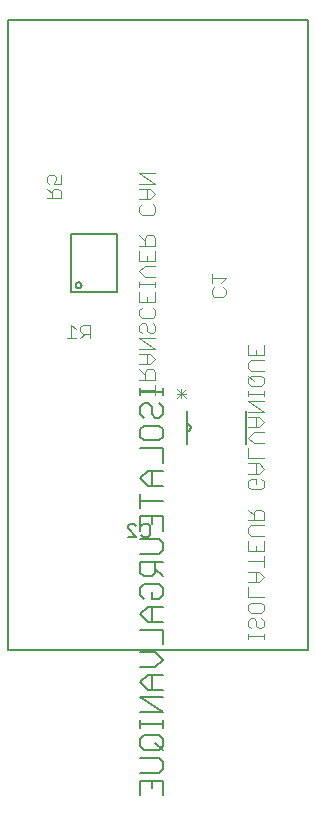
<source format=gbo>
G75*
%MOIN*%
%OFA0B0*%
%FSLAX24Y24*%
%IPPOS*%
%LPD*%
%AMOC8*
5,1,8,0,0,1.08239X$1,22.5*
%
%ADD10C,0.0040*%
%ADD11C,0.0050*%
%ADD12C,0.0060*%
%ADD13C,0.0030*%
%ADD14C,0.0080*%
D10*
X008746Y016816D02*
X009053Y016816D01*
X009206Y016816D02*
X009359Y016969D01*
X009283Y016969D02*
X009513Y016969D01*
X009513Y016816D02*
X009513Y017276D01*
X009283Y017276D01*
X009206Y017199D01*
X009206Y017046D01*
X009283Y016969D01*
X009053Y017123D02*
X008899Y017276D01*
X008899Y016816D01*
X011176Y016812D02*
X011696Y016812D01*
X011610Y016981D02*
X011523Y016981D01*
X011436Y017068D01*
X011436Y017241D01*
X011349Y017328D01*
X011263Y017328D01*
X011176Y017241D01*
X011176Y017068D01*
X011263Y016981D01*
X011176Y016812D02*
X011696Y016465D01*
X011176Y016465D01*
X011176Y016297D02*
X011523Y016297D01*
X011696Y016123D01*
X011523Y015950D01*
X011176Y015950D01*
X011176Y015781D02*
X011349Y015607D01*
X011349Y015694D02*
X011349Y015434D01*
X011176Y015434D02*
X011696Y015434D01*
X011696Y015694D01*
X011610Y015781D01*
X011436Y015781D01*
X011349Y015694D01*
X011436Y015950D02*
X011436Y016297D01*
X011610Y016981D02*
X011696Y017068D01*
X011696Y017241D01*
X011610Y017328D01*
X011610Y017497D02*
X011263Y017497D01*
X011176Y017583D01*
X011176Y017757D01*
X011263Y017843D01*
X011176Y018012D02*
X011176Y018359D01*
X011176Y018528D02*
X011176Y018701D01*
X011176Y018615D02*
X011696Y018615D01*
X011696Y018701D02*
X011696Y018528D01*
X011696Y018359D02*
X011696Y018012D01*
X011176Y018012D01*
X011436Y018012D02*
X011436Y018186D01*
X011610Y017843D02*
X011696Y017757D01*
X011696Y017583D01*
X011610Y017497D01*
X011696Y018872D02*
X011349Y018872D01*
X011176Y019045D01*
X011349Y019219D01*
X011696Y019219D01*
X011696Y019387D02*
X011176Y019387D01*
X011176Y019734D01*
X011176Y019903D02*
X011696Y019903D01*
X011696Y020163D01*
X011610Y020250D01*
X011436Y020250D01*
X011349Y020163D01*
X011349Y019903D01*
X011349Y020076D02*
X011176Y020250D01*
X011263Y020934D02*
X011176Y021021D01*
X011176Y021194D01*
X011263Y021281D01*
X011176Y021450D02*
X011523Y021450D01*
X011696Y021623D01*
X011523Y021797D01*
X011176Y021797D01*
X011176Y021965D02*
X011696Y021965D01*
X011176Y022312D01*
X011696Y022312D01*
X011436Y021797D02*
X011436Y021450D01*
X011610Y021281D02*
X011696Y021194D01*
X011696Y021021D01*
X011610Y020934D01*
X011263Y020934D01*
X011696Y019734D02*
X011696Y019387D01*
X011436Y019387D02*
X011436Y019561D01*
X013590Y018977D02*
X013590Y018670D01*
X013590Y018823D02*
X014051Y018823D01*
X013897Y018670D01*
X013974Y018516D02*
X014051Y018440D01*
X014051Y018286D01*
X013974Y018209D01*
X013667Y018209D01*
X013590Y018286D01*
X013590Y018440D01*
X013667Y018516D01*
X014806Y016604D02*
X014806Y016257D01*
X015326Y016257D01*
X015326Y016604D01*
X015066Y016430D02*
X015066Y016257D01*
X014893Y016088D02*
X015326Y016088D01*
X015326Y015741D02*
X014893Y015741D01*
X014806Y015828D01*
X014806Y016001D01*
X014893Y016088D01*
X014893Y015572D02*
X014806Y015486D01*
X014806Y015312D01*
X014893Y015225D01*
X015240Y015225D01*
X015326Y015312D01*
X015326Y015486D01*
X015240Y015572D01*
X014893Y015572D01*
X014806Y015572D02*
X014979Y015399D01*
X014806Y015055D02*
X014806Y014882D01*
X014806Y014968D02*
X015326Y014968D01*
X015326Y014882D02*
X015326Y015055D01*
X015326Y014713D02*
X014806Y014713D01*
X015326Y014366D01*
X014806Y014366D01*
X014806Y014197D02*
X015153Y014197D01*
X015326Y014024D01*
X015153Y013850D01*
X014806Y013850D01*
X014979Y013682D02*
X014806Y013508D01*
X014979Y013335D01*
X015326Y013335D01*
X015326Y013682D02*
X014979Y013682D01*
X015066Y013850D02*
X015066Y014197D01*
X014806Y013166D02*
X014806Y012819D01*
X015326Y012819D01*
X015153Y012650D02*
X014806Y012650D01*
X015066Y012650D02*
X015066Y012303D01*
X015153Y012303D02*
X015326Y012477D01*
X015153Y012650D01*
X015153Y012303D02*
X014806Y012303D01*
X014893Y012135D02*
X015066Y012135D01*
X015066Y011961D01*
X014893Y011788D02*
X014806Y011875D01*
X014806Y012048D01*
X014893Y012135D01*
X015240Y012135D02*
X015326Y012048D01*
X015326Y011875D01*
X015240Y011788D01*
X014893Y011788D01*
X014806Y011104D02*
X014979Y010930D01*
X014979Y011017D02*
X014979Y010757D01*
X014806Y010757D02*
X015326Y010757D01*
X015326Y011017D01*
X015240Y011104D01*
X015066Y011104D01*
X014979Y011017D01*
X014893Y010588D02*
X015326Y010588D01*
X015326Y010241D02*
X014893Y010241D01*
X014806Y010328D01*
X014806Y010501D01*
X014893Y010588D01*
X014806Y010072D02*
X014806Y009725D01*
X015326Y009725D01*
X015326Y010072D01*
X015066Y009899D02*
X015066Y009725D01*
X015326Y009557D02*
X015326Y009210D01*
X015326Y009383D02*
X014806Y009383D01*
X014806Y009041D02*
X015153Y009041D01*
X015326Y008867D01*
X015153Y008694D01*
X014806Y008694D01*
X014806Y008525D02*
X014806Y008178D01*
X015326Y008178D01*
X015240Y008010D02*
X015326Y007923D01*
X015326Y007749D01*
X015240Y007663D01*
X014893Y007663D01*
X014806Y007749D01*
X014806Y007923D01*
X014893Y008010D01*
X015240Y008010D01*
X015240Y007494D02*
X015326Y007407D01*
X015326Y007234D01*
X015240Y007147D01*
X015153Y007147D01*
X015066Y007234D01*
X015066Y007407D01*
X014979Y007494D01*
X014893Y007494D01*
X014806Y007407D01*
X014806Y007234D01*
X014893Y007147D01*
X014806Y006977D02*
X014806Y006803D01*
X014806Y006890D02*
X015326Y006890D01*
X015326Y006803D02*
X015326Y006977D01*
X015066Y008694D02*
X015066Y009041D01*
X011696Y014918D02*
X011696Y015265D01*
X011696Y015092D02*
X011176Y015092D01*
X008551Y021501D02*
X008090Y021501D01*
X008244Y021501D02*
X008244Y021731D01*
X008321Y021808D01*
X008474Y021808D01*
X008551Y021731D01*
X008551Y021501D01*
X008244Y021655D02*
X008090Y021808D01*
X008167Y021962D02*
X008090Y022038D01*
X008090Y022192D01*
X008167Y022269D01*
X008321Y022269D01*
X008397Y022192D01*
X008397Y022115D01*
X008321Y021962D01*
X008551Y021962D01*
X008551Y022269D01*
D11*
X006803Y027433D02*
X006803Y006433D01*
X016803Y006433D01*
X016803Y027433D01*
X006803Y027433D01*
X008898Y020298D02*
X008898Y018368D01*
X010438Y018368D01*
X010438Y020298D01*
X008898Y020298D01*
X009045Y018583D02*
X009047Y018603D01*
X009053Y018621D01*
X009062Y018639D01*
X009074Y018654D01*
X009089Y018666D01*
X009107Y018675D01*
X009125Y018681D01*
X009145Y018683D01*
X009165Y018681D01*
X009183Y018675D01*
X009201Y018666D01*
X009216Y018654D01*
X009228Y018639D01*
X009237Y018621D01*
X009243Y018603D01*
X009245Y018583D01*
X009243Y018563D01*
X009237Y018545D01*
X009228Y018527D01*
X009216Y018512D01*
X009201Y018500D01*
X009183Y018491D01*
X009165Y018485D01*
X009145Y018483D01*
X009125Y018485D01*
X009107Y018491D01*
X009089Y018500D01*
X009074Y018512D01*
X009062Y018527D01*
X009053Y018545D01*
X009047Y018563D01*
X009045Y018583D01*
D12*
X012760Y014383D02*
X012760Y013963D01*
X012760Y013723D01*
X012760Y013303D01*
X012760Y013723D02*
X012781Y013725D01*
X012801Y013730D01*
X012820Y013739D01*
X012837Y013751D01*
X012852Y013766D01*
X012864Y013783D01*
X012873Y013802D01*
X012878Y013822D01*
X012880Y013843D01*
X012878Y013864D01*
X012873Y013884D01*
X012864Y013903D01*
X012852Y013920D01*
X012837Y013935D01*
X012820Y013947D01*
X012801Y013956D01*
X012781Y013961D01*
X012760Y013963D01*
X014720Y014383D02*
X014720Y013303D01*
D13*
X012726Y014814D02*
X012413Y015128D01*
X012569Y015128D02*
X012569Y014814D01*
X012413Y014814D02*
X012726Y015128D01*
X012726Y014971D02*
X012413Y014971D01*
D14*
X011950Y014916D02*
X011950Y015163D01*
X011950Y015039D02*
X011209Y015039D01*
X011209Y014916D02*
X011209Y015163D01*
X011332Y014660D02*
X011209Y014536D01*
X011209Y014289D01*
X011332Y014166D01*
X011332Y013905D02*
X011209Y013781D01*
X011209Y013534D01*
X011332Y013411D01*
X011826Y013411D01*
X011950Y013534D01*
X011950Y013781D01*
X011826Y013905D01*
X011332Y013905D01*
X011703Y014166D02*
X011579Y014289D01*
X011579Y014536D01*
X011456Y014660D01*
X011332Y014660D01*
X011826Y014660D02*
X011950Y014536D01*
X011950Y014289D01*
X011826Y014166D01*
X011703Y014166D01*
X011950Y013149D02*
X011209Y013149D01*
X011456Y012394D02*
X011209Y012148D01*
X011456Y011901D01*
X011950Y011901D01*
X011950Y012394D02*
X011456Y012394D01*
X011579Y012394D02*
X011579Y011901D01*
X011209Y011639D02*
X011209Y011146D01*
X011209Y011393D02*
X011950Y011393D01*
X011950Y010884D02*
X011950Y010391D01*
X011826Y010129D02*
X011950Y010006D01*
X011950Y009759D01*
X011826Y009636D01*
X011209Y009636D01*
X011209Y009374D02*
X011209Y009004D01*
X011332Y008881D01*
X011579Y008881D01*
X011703Y009004D01*
X011703Y009374D01*
X011703Y009127D02*
X011950Y008881D01*
X011826Y008619D02*
X011950Y008496D01*
X011950Y008249D01*
X011826Y008125D01*
X011579Y008125D01*
X011579Y008372D01*
X011332Y008125D02*
X011209Y008249D01*
X011209Y008496D01*
X011332Y008619D01*
X011826Y008619D01*
X011950Y009374D02*
X011209Y009374D01*
X011209Y010129D02*
X011826Y010129D01*
X011518Y010274D02*
X011448Y010204D01*
X011308Y010204D01*
X011238Y010274D01*
X011209Y010391D02*
X011209Y010884D01*
X011950Y010884D01*
X011579Y010884D02*
X011579Y010637D01*
X011518Y010554D02*
X011518Y010274D01*
X011518Y010554D02*
X011448Y010625D01*
X011308Y010625D01*
X011238Y010554D01*
X011058Y010554D02*
X010988Y010625D01*
X010848Y010625D01*
X010778Y010554D01*
X010778Y010484D01*
X011058Y010204D01*
X010778Y010204D01*
X011950Y012656D02*
X011950Y013149D01*
X011950Y007864D02*
X011456Y007864D01*
X011209Y007617D01*
X011456Y007370D01*
X011950Y007370D01*
X011950Y007109D02*
X011950Y006615D01*
X011703Y006354D02*
X011950Y006107D01*
X011703Y005860D01*
X011209Y005860D01*
X011456Y005599D02*
X011209Y005352D01*
X011456Y005105D01*
X011950Y005105D01*
X011950Y004844D02*
X011209Y004844D01*
X011950Y004350D01*
X011209Y004350D01*
X011209Y004089D02*
X011209Y003842D01*
X011209Y003966D02*
X011950Y003966D01*
X011950Y004089D02*
X011950Y003842D01*
X011826Y003586D02*
X011950Y003462D01*
X011950Y003215D01*
X011826Y003092D01*
X011332Y003092D01*
X011209Y003215D01*
X011209Y003462D01*
X011332Y003586D01*
X011826Y003586D01*
X011703Y003339D02*
X011950Y003092D01*
X011826Y002831D02*
X011950Y002707D01*
X011950Y002460D01*
X011826Y002337D01*
X011209Y002337D01*
X011209Y002076D02*
X011950Y002076D01*
X011950Y001582D01*
X011579Y001829D02*
X011579Y002076D01*
X011209Y002076D02*
X011209Y001582D01*
X011209Y002831D02*
X011826Y002831D01*
X011579Y005105D02*
X011579Y005599D01*
X011456Y005599D02*
X011950Y005599D01*
X011703Y006354D02*
X011209Y006354D01*
X011209Y007109D02*
X011950Y007109D01*
X011579Y007370D02*
X011579Y007864D01*
M02*

</source>
